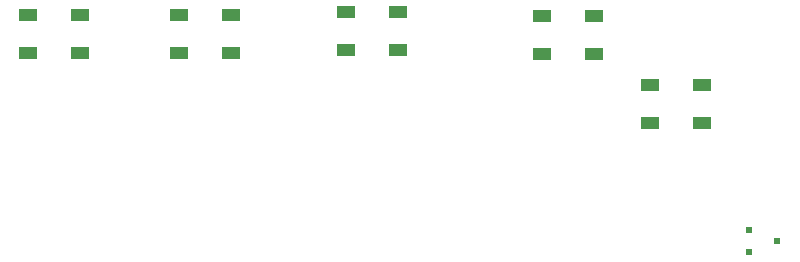
<source format=gtp>
G04*
G04 #@! TF.GenerationSoftware,Altium Limited,Altium Designer,21.4.1 (30)*
G04*
G04 Layer_Color=8421504*
%FSLAX44Y44*%
%MOMM*%
G71*
G04*
G04 #@! TF.SameCoordinates,70A570FA-FAE6-4AEE-A749-F6A98553B2A2*
G04*
G04*
G04 #@! TF.FilePolarity,Positive*
G04*
G01*
G75*
%ADD10R,0.5750X0.6200*%
%ADD11R,1.5000X1.0000*%
D10*
X1104450Y638150D02*
D03*
Y619150D02*
D03*
X1128210Y628650D02*
D03*
D11*
X1020670Y760220D02*
D03*
Y728220D02*
D03*
X1064670D02*
D03*
Y760220D02*
D03*
X973230Y786640D02*
D03*
Y818640D02*
D03*
X929230D02*
D03*
Y786640D02*
D03*
X806860Y790450D02*
D03*
Y822450D02*
D03*
X762860D02*
D03*
Y790450D02*
D03*
X665890Y787910D02*
D03*
Y819910D02*
D03*
X621890D02*
D03*
Y787910D02*
D03*
X537620D02*
D03*
Y819910D02*
D03*
X493620D02*
D03*
Y787910D02*
D03*
M02*

</source>
